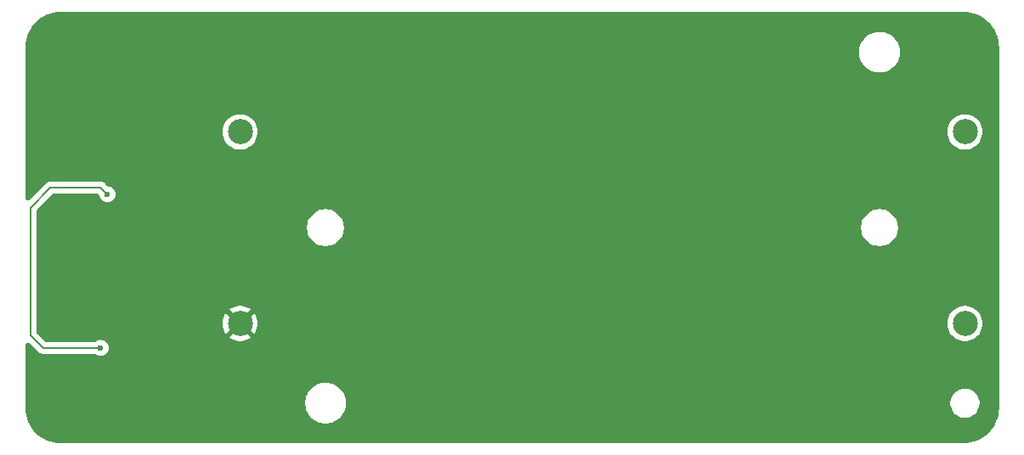
<source format=gbl>
G04 #@! TF.GenerationSoftware,KiCad,Pcbnew,8.0.8*
G04 #@! TF.CreationDate,2025-10-05T09:32:28-04:00*
G04 #@! TF.ProjectId,project-hw-2-18650,70726f6a-6563-4742-9d68-772d322d3138,rev?*
G04 #@! TF.SameCoordinates,Original*
G04 #@! TF.FileFunction,Copper,L2,Bot*
G04 #@! TF.FilePolarity,Positive*
%FSLAX46Y46*%
G04 Gerber Fmt 4.6, Leading zero omitted, Abs format (unit mm)*
G04 Created by KiCad (PCBNEW 8.0.8) date 2025-10-05 09:32:28*
%MOMM*%
%LPD*%
G01*
G04 APERTURE LIST*
G04 #@! TA.AperFunction,ComponentPad*
%ADD10C,2.500000*%
G04 #@! TD*
G04 #@! TA.AperFunction,ViaPad*
%ADD11C,0.600000*%
G04 #@! TD*
G04 #@! TA.AperFunction,Conductor*
%ADD12C,0.200000*%
G04 #@! TD*
G04 APERTURE END LIST*
D10*
X112110000Y-47550000D03*
X39890000Y-47550000D03*
X112110000Y-28450000D03*
X39890000Y-28450000D03*
D11*
X29000000Y-18000000D03*
X34000000Y-26750000D03*
X28600000Y-24100000D03*
X29400000Y-24100000D03*
X30100000Y-24100000D03*
X27900000Y-24100000D03*
X28600000Y-27900000D03*
X29400000Y-27900000D03*
X30100000Y-27900000D03*
X27900000Y-27900000D03*
X34000000Y-34000000D03*
X30000000Y-32000000D03*
X28000000Y-32000000D03*
X28250000Y-56750000D03*
X28250000Y-56000000D03*
X28250000Y-55250000D03*
X29750000Y-56750000D03*
X29750000Y-56000000D03*
X29750000Y-55250000D03*
X26750000Y-56000000D03*
X26750000Y-56750000D03*
X26750000Y-55250000D03*
X24750000Y-37250000D03*
X26000000Y-50000000D03*
X26675000Y-34675000D03*
X31250000Y-35000000D03*
X31250000Y-34250000D03*
X26250000Y-40500000D03*
X25500000Y-40500000D03*
X26250000Y-37250000D03*
X27000000Y-37250000D03*
X24000000Y-42250000D03*
X24000000Y-41500000D03*
X21250000Y-48750000D03*
X21250000Y-47750000D03*
X21250000Y-46750000D03*
X21250000Y-45250000D03*
X21250000Y-44250000D03*
X22500000Y-48750000D03*
X22500000Y-47750000D03*
X22500000Y-46750000D03*
X22500000Y-45250000D03*
X22500000Y-44250000D03*
X22500000Y-43250000D03*
X21250000Y-43250000D03*
D12*
X26675000Y-34675000D02*
X26000000Y-34000000D01*
X20250000Y-50000000D02*
X26000000Y-50000000D01*
X26000000Y-34000000D02*
X21000000Y-34000000D01*
X21000000Y-34000000D02*
X19000000Y-36000000D01*
X19000000Y-36000000D02*
X19000000Y-48750000D01*
X19000000Y-48750000D02*
X20250000Y-50000000D01*
G04 #@! TA.AperFunction,Conductor*
G36*
X112006106Y-16500800D02*
G01*
X112021022Y-16501532D01*
X112330804Y-16516751D01*
X112355095Y-16519143D01*
X112670633Y-16565949D01*
X112694568Y-16570710D01*
X113004002Y-16648219D01*
X113027360Y-16655305D01*
X113327684Y-16762763D01*
X113350259Y-16772114D01*
X113638589Y-16908484D01*
X113660138Y-16920001D01*
X113933735Y-17083989D01*
X113954037Y-17097554D01*
X114169913Y-17257659D01*
X114210235Y-17287564D01*
X114229121Y-17303063D01*
X114465465Y-17517273D01*
X114482726Y-17534534D01*
X114696934Y-17770876D01*
X114712435Y-17789764D01*
X114902440Y-18045955D01*
X114916017Y-18066274D01*
X115079997Y-18339860D01*
X115091515Y-18361410D01*
X115227885Y-18649740D01*
X115237236Y-18672315D01*
X115344690Y-18972626D01*
X115351784Y-18996010D01*
X115429286Y-19305416D01*
X115434053Y-19329382D01*
X115480854Y-19644889D01*
X115483249Y-19669207D01*
X115499200Y-19993893D01*
X115499500Y-20006111D01*
X115499500Y-55993888D01*
X115499200Y-56006106D01*
X115483249Y-56330792D01*
X115480854Y-56355110D01*
X115434053Y-56670617D01*
X115429286Y-56694583D01*
X115351784Y-57003989D01*
X115344690Y-57027373D01*
X115237236Y-57327684D01*
X115227885Y-57350259D01*
X115091515Y-57638589D01*
X115079997Y-57660139D01*
X114916017Y-57933725D01*
X114902440Y-57954044D01*
X114712435Y-58210235D01*
X114696934Y-58229123D01*
X114482735Y-58465456D01*
X114465456Y-58482735D01*
X114229123Y-58696934D01*
X114210235Y-58712435D01*
X113954044Y-58902440D01*
X113933725Y-58916017D01*
X113660139Y-59079997D01*
X113638589Y-59091515D01*
X113350259Y-59227885D01*
X113327684Y-59237236D01*
X113027373Y-59344690D01*
X113003989Y-59351784D01*
X112694583Y-59429286D01*
X112670617Y-59434053D01*
X112355110Y-59480854D01*
X112330792Y-59483249D01*
X112006107Y-59499200D01*
X111993889Y-59499500D01*
X22006111Y-59499500D01*
X21993893Y-59499200D01*
X21669207Y-59483249D01*
X21644889Y-59480854D01*
X21329382Y-59434053D01*
X21305416Y-59429286D01*
X20996010Y-59351784D01*
X20972626Y-59344690D01*
X20672315Y-59237236D01*
X20649740Y-59227885D01*
X20361410Y-59091515D01*
X20339860Y-59079997D01*
X20203673Y-58998370D01*
X20066268Y-58916013D01*
X20045955Y-58902440D01*
X19789764Y-58712435D01*
X19770876Y-58696934D01*
X19534534Y-58482726D01*
X19517273Y-58465465D01*
X19303063Y-58229121D01*
X19287564Y-58210235D01*
X19097559Y-57954044D01*
X19083989Y-57933735D01*
X18920001Y-57660138D01*
X18908484Y-57638589D01*
X18772114Y-57350259D01*
X18762763Y-57327684D01*
X18760198Y-57320514D01*
X18655305Y-57027360D01*
X18648219Y-57004002D01*
X18570710Y-56694568D01*
X18565949Y-56670633D01*
X18519143Y-56355095D01*
X18516751Y-56330804D01*
X18500800Y-56006105D01*
X18500500Y-55993888D01*
X18500500Y-55367242D01*
X46374500Y-55367242D01*
X46374500Y-55632757D01*
X46409156Y-55895998D01*
X46477878Y-56152476D01*
X46579483Y-56397772D01*
X46579485Y-56397776D01*
X46579486Y-56397778D01*
X46712245Y-56627722D01*
X46712247Y-56627725D01*
X46712248Y-56627726D01*
X46873873Y-56838361D01*
X46873877Y-56838365D01*
X46873881Y-56838370D01*
X47061630Y-57026119D01*
X47061634Y-57026122D01*
X47061638Y-57026126D01*
X47238693Y-57161985D01*
X47272278Y-57187755D01*
X47502222Y-57320514D01*
X47502227Y-57320516D01*
X47747523Y-57422121D01*
X47747527Y-57422122D01*
X48003997Y-57490843D01*
X48267242Y-57525500D01*
X48532758Y-57525500D01*
X48796003Y-57490843D01*
X49052473Y-57422122D01*
X49052474Y-57422121D01*
X49052476Y-57422121D01*
X49134241Y-57388252D01*
X49297778Y-57320514D01*
X49527722Y-57187755D01*
X49738370Y-57026119D01*
X49926119Y-56838370D01*
X50087755Y-56627722D01*
X50220514Y-56397778D01*
X50322122Y-56152473D01*
X50390843Y-55896003D01*
X50425500Y-55632758D01*
X50425500Y-55385847D01*
X110659500Y-55385847D01*
X110659500Y-55614152D01*
X110659501Y-55614168D01*
X110695215Y-55839656D01*
X110695216Y-55839660D01*
X110713523Y-55896003D01*
X110765767Y-56056794D01*
X110765769Y-56056799D01*
X110869418Y-56260224D01*
X110869419Y-56260224D01*
X110869421Y-56260228D01*
X111003621Y-56444937D01*
X111165063Y-56606379D01*
X111349772Y-56740579D01*
X111349774Y-56740580D01*
X111349775Y-56740581D01*
X111449473Y-56791379D01*
X111553201Y-56844231D01*
X111770340Y-56914784D01*
X111995843Y-56950500D01*
X111995847Y-56950500D01*
X112224153Y-56950500D01*
X112224157Y-56950500D01*
X112449660Y-56914784D01*
X112666799Y-56844231D01*
X112870228Y-56740579D01*
X113054937Y-56606379D01*
X113216379Y-56444937D01*
X113350579Y-56260228D01*
X113454231Y-56056799D01*
X113524784Y-55839660D01*
X113560500Y-55614157D01*
X113560500Y-55385843D01*
X113524784Y-55160340D01*
X113454231Y-54943201D01*
X113350579Y-54739772D01*
X113216379Y-54555063D01*
X113054937Y-54393621D01*
X112870228Y-54259421D01*
X112870224Y-54259419D01*
X112870224Y-54259418D01*
X112666799Y-54155769D01*
X112666794Y-54155767D01*
X112546048Y-54116534D01*
X112449660Y-54085216D01*
X112449658Y-54085215D01*
X112449656Y-54085215D01*
X112224168Y-54049501D01*
X112224159Y-54049500D01*
X112224157Y-54049500D01*
X111995843Y-54049500D01*
X111995840Y-54049500D01*
X111995831Y-54049501D01*
X111770343Y-54085215D01*
X111553205Y-54155767D01*
X111553200Y-54155769D01*
X111349775Y-54259418D01*
X111349774Y-54259419D01*
X111349772Y-54259421D01*
X111266083Y-54320225D01*
X111165065Y-54393619D01*
X111003619Y-54555065D01*
X110869420Y-54739774D01*
X110869418Y-54739775D01*
X110765769Y-54943200D01*
X110765767Y-54943205D01*
X110695215Y-55160343D01*
X110659501Y-55385831D01*
X110659500Y-55385847D01*
X50425500Y-55385847D01*
X50425500Y-55367242D01*
X50390843Y-55103997D01*
X50322122Y-54847527D01*
X50322121Y-54847523D01*
X50220516Y-54602227D01*
X50220514Y-54602223D01*
X50220514Y-54602222D01*
X50087755Y-54372278D01*
X50001156Y-54259420D01*
X49926126Y-54161638D01*
X49926122Y-54161634D01*
X49926119Y-54161630D01*
X49738370Y-53973881D01*
X49738365Y-53973877D01*
X49738361Y-53973873D01*
X49527726Y-53812248D01*
X49527725Y-53812247D01*
X49527722Y-53812245D01*
X49297778Y-53679486D01*
X49297776Y-53679485D01*
X49297772Y-53679483D01*
X49052476Y-53577878D01*
X48906416Y-53538742D01*
X48796003Y-53509157D01*
X48795998Y-53509156D01*
X48795999Y-53509156D01*
X48532758Y-53474500D01*
X48267242Y-53474500D01*
X48004001Y-53509156D01*
X47747523Y-53577878D01*
X47502227Y-53679483D01*
X47502223Y-53679485D01*
X47272273Y-53812248D01*
X47061638Y-53973873D01*
X46873873Y-54161638D01*
X46712248Y-54372273D01*
X46579485Y-54602223D01*
X46579483Y-54602227D01*
X46477878Y-54847523D01*
X46409156Y-55104001D01*
X46374500Y-55367242D01*
X18500500Y-55367242D01*
X18500500Y-49700875D01*
X18519454Y-49605587D01*
X18573430Y-49524805D01*
X18654212Y-49470829D01*
X18749500Y-49451875D01*
X18844788Y-49470829D01*
X18925570Y-49524805D01*
X19769478Y-50368713D01*
X19769480Y-50368716D01*
X19881284Y-50480520D01*
X19968091Y-50530637D01*
X19968094Y-50530639D01*
X20018215Y-50559577D01*
X20170943Y-50600501D01*
X20344318Y-50600501D01*
X20344334Y-50600500D01*
X25379346Y-50600500D01*
X25474634Y-50619454D01*
X25511822Y-50638666D01*
X25650471Y-50725785D01*
X25650472Y-50725785D01*
X25650478Y-50725789D01*
X25820745Y-50785368D01*
X25820754Y-50785369D01*
X25999996Y-50805565D01*
X26000000Y-50805565D01*
X26000004Y-50805565D01*
X26139908Y-50789801D01*
X26179255Y-50785368D01*
X26349522Y-50725789D01*
X26349527Y-50725785D01*
X26349529Y-50725785D01*
X26502257Y-50629819D01*
X26502256Y-50629819D01*
X26502262Y-50629816D01*
X26629816Y-50502262D01*
X26713729Y-50368716D01*
X26725785Y-50349529D01*
X26725785Y-50349527D01*
X26725789Y-50349522D01*
X26785368Y-50179255D01*
X26805565Y-50000000D01*
X26785368Y-49820745D01*
X26725789Y-49650478D01*
X26725786Y-49650473D01*
X26725785Y-49650470D01*
X26629819Y-49497742D01*
X26629817Y-49497740D01*
X26629816Y-49497738D01*
X26502262Y-49370184D01*
X26502259Y-49370182D01*
X26502257Y-49370180D01*
X26349529Y-49274214D01*
X26349524Y-49274212D01*
X26349522Y-49274211D01*
X26179255Y-49214632D01*
X26179251Y-49214631D01*
X26179245Y-49214630D01*
X26000004Y-49194435D01*
X25999996Y-49194435D01*
X25820754Y-49214630D01*
X25820746Y-49214631D01*
X25820745Y-49214632D01*
X25650478Y-49274211D01*
X25650476Y-49274211D01*
X25650476Y-49274212D01*
X25650471Y-49274214D01*
X25511822Y-49361334D01*
X25421055Y-49395982D01*
X25379346Y-49399500D01*
X20601875Y-49399500D01*
X20506587Y-49380546D01*
X20425805Y-49326570D01*
X19673430Y-48574195D01*
X19619454Y-48493413D01*
X19600500Y-48398125D01*
X19600500Y-47550000D01*
X38135093Y-47550000D01*
X38154694Y-47811558D01*
X38213058Y-48067267D01*
X38308883Y-48311425D01*
X38308885Y-48311430D01*
X38440028Y-48538574D01*
X38487873Y-48598570D01*
X39281303Y-47805139D01*
X39305116Y-47862627D01*
X39377345Y-47970725D01*
X39469275Y-48062655D01*
X39577373Y-48134884D01*
X39634857Y-48158695D01*
X38840832Y-48952721D01*
X39012541Y-49069791D01*
X39012555Y-49069798D01*
X39248853Y-49183594D01*
X39248858Y-49183596D01*
X39499489Y-49260906D01*
X39758854Y-49300000D01*
X40021146Y-49300000D01*
X40280510Y-49260906D01*
X40531141Y-49183596D01*
X40531147Y-49183594D01*
X40767443Y-49069800D01*
X40767451Y-49069795D01*
X40939166Y-48952721D01*
X40145140Y-48158695D01*
X40202627Y-48134884D01*
X40310725Y-48062655D01*
X40402655Y-47970725D01*
X40474884Y-47862627D01*
X40498695Y-47805140D01*
X41292125Y-48598570D01*
X41339970Y-48538575D01*
X41471114Y-48311430D01*
X41471116Y-48311425D01*
X41566941Y-48067267D01*
X41625305Y-47811558D01*
X41644906Y-47550000D01*
X110354592Y-47550000D01*
X110374197Y-47811625D01*
X110374198Y-47811629D01*
X110432578Y-48067412D01*
X110528428Y-48311635D01*
X110528436Y-48311651D01*
X110659612Y-48538855D01*
X110823194Y-48743980D01*
X110823205Y-48743991D01*
X111015520Y-48922432D01*
X111232292Y-49070226D01*
X111232294Y-49070227D01*
X111232296Y-49070228D01*
X111371838Y-49137428D01*
X111468668Y-49184059D01*
X111468669Y-49184059D01*
X111468677Y-49184063D01*
X111719385Y-49261396D01*
X111978818Y-49300500D01*
X111978822Y-49300500D01*
X112241178Y-49300500D01*
X112241182Y-49300500D01*
X112500615Y-49261396D01*
X112751323Y-49184063D01*
X112987704Y-49070228D01*
X113204479Y-48922433D01*
X113396805Y-48743981D01*
X113560386Y-48538857D01*
X113691568Y-48311643D01*
X113787420Y-48067416D01*
X113845802Y-47811630D01*
X113865408Y-47550000D01*
X113845802Y-47288370D01*
X113787420Y-47032584D01*
X113691568Y-46788357D01*
X113560386Y-46561143D01*
X113396805Y-46356019D01*
X113396794Y-46356008D01*
X113204479Y-46177567D01*
X112987707Y-46029773D01*
X112987702Y-46029771D01*
X112751331Y-45915940D01*
X112751326Y-45915938D01*
X112751323Y-45915937D01*
X112500615Y-45838604D01*
X112241182Y-45799500D01*
X111978818Y-45799500D01*
X111771271Y-45830783D01*
X111719384Y-45838604D01*
X111574107Y-45883416D01*
X111468677Y-45915937D01*
X111468675Y-45915937D01*
X111468668Y-45915940D01*
X111232297Y-46029771D01*
X111232292Y-46029773D01*
X111015520Y-46177567D01*
X110823205Y-46356008D01*
X110823194Y-46356019D01*
X110659612Y-46561144D01*
X110528436Y-46788348D01*
X110528428Y-46788364D01*
X110432578Y-47032587D01*
X110374198Y-47288370D01*
X110374197Y-47288374D01*
X110354592Y-47550000D01*
X41644906Y-47550000D01*
X41625305Y-47288441D01*
X41566941Y-47032732D01*
X41471116Y-46788574D01*
X41471112Y-46788565D01*
X41339972Y-46561427D01*
X41339966Y-46561418D01*
X41292124Y-46501427D01*
X40498694Y-47294857D01*
X40474884Y-47237373D01*
X40402655Y-47129275D01*
X40310725Y-47037345D01*
X40202627Y-46965116D01*
X40145139Y-46941304D01*
X40939166Y-46147277D01*
X40767457Y-46030207D01*
X40767452Y-46030205D01*
X40531146Y-45916405D01*
X40531141Y-45916403D01*
X40280510Y-45839093D01*
X40021146Y-45800000D01*
X39758854Y-45800000D01*
X39499489Y-45839093D01*
X39248858Y-45916403D01*
X39012551Y-46030204D01*
X39012545Y-46030207D01*
X38840832Y-46147278D01*
X39634858Y-46941304D01*
X39577373Y-46965116D01*
X39469275Y-47037345D01*
X39377345Y-47129275D01*
X39305116Y-47237373D01*
X39281304Y-47294859D01*
X38487873Y-46501428D01*
X38440028Y-46561425D01*
X38308885Y-46788569D01*
X38308883Y-46788574D01*
X38213058Y-47032732D01*
X38154694Y-47288441D01*
X38135093Y-47550000D01*
X19600500Y-47550000D01*
X19600500Y-37879367D01*
X46559500Y-37879367D01*
X46559500Y-38120632D01*
X46590991Y-38359830D01*
X46653436Y-38592880D01*
X46745758Y-38815768D01*
X46745766Y-38815784D01*
X46866391Y-39024711D01*
X46866397Y-39024721D01*
X47013270Y-39216130D01*
X47183870Y-39386730D01*
X47375279Y-39533603D01*
X47375288Y-39533608D01*
X47584215Y-39654233D01*
X47584231Y-39654241D01*
X47769971Y-39731176D01*
X47807121Y-39746564D01*
X48040166Y-39809008D01*
X48279367Y-39840500D01*
X48520633Y-39840500D01*
X48759834Y-39809008D01*
X48992879Y-39746564D01*
X49119710Y-39694028D01*
X49215768Y-39654241D01*
X49215773Y-39654238D01*
X49215779Y-39654236D01*
X49424721Y-39533603D01*
X49616130Y-39386730D01*
X49786730Y-39216130D01*
X49933603Y-39024721D01*
X50054236Y-38815779D01*
X50146564Y-38592879D01*
X50209008Y-38359834D01*
X50240500Y-38120633D01*
X50240500Y-37879367D01*
X101759500Y-37879367D01*
X101759500Y-38120632D01*
X101790991Y-38359830D01*
X101853436Y-38592880D01*
X101945758Y-38815768D01*
X101945766Y-38815784D01*
X102066391Y-39024711D01*
X102066397Y-39024721D01*
X102213270Y-39216130D01*
X102383870Y-39386730D01*
X102575279Y-39533603D01*
X102575288Y-39533608D01*
X102784215Y-39654233D01*
X102784231Y-39654241D01*
X102969971Y-39731176D01*
X103007121Y-39746564D01*
X103240166Y-39809008D01*
X103479367Y-39840500D01*
X103720633Y-39840500D01*
X103959834Y-39809008D01*
X104192879Y-39746564D01*
X104319710Y-39694028D01*
X104415768Y-39654241D01*
X104415773Y-39654238D01*
X104415779Y-39654236D01*
X104624721Y-39533603D01*
X104816130Y-39386730D01*
X104986730Y-39216130D01*
X105133603Y-39024721D01*
X105254236Y-38815779D01*
X105346564Y-38592879D01*
X105409008Y-38359834D01*
X105440500Y-38120633D01*
X105440500Y-37879367D01*
X105409008Y-37640166D01*
X105346564Y-37407121D01*
X105331176Y-37369971D01*
X105254241Y-37184231D01*
X105254233Y-37184215D01*
X105133608Y-36975288D01*
X105133602Y-36975278D01*
X104986730Y-36783870D01*
X104816130Y-36613270D01*
X104624721Y-36466397D01*
X104624711Y-36466391D01*
X104415784Y-36345766D01*
X104415768Y-36345758D01*
X104192880Y-36253436D01*
X104121565Y-36234327D01*
X103959834Y-36190992D01*
X103959829Y-36190991D01*
X103959832Y-36190991D01*
X103720633Y-36159500D01*
X103479367Y-36159500D01*
X103240169Y-36190991D01*
X103007119Y-36253436D01*
X102784231Y-36345758D01*
X102784215Y-36345766D01*
X102575288Y-36466391D01*
X102575278Y-36466397D01*
X102383870Y-36613270D01*
X102383866Y-36613273D01*
X102213273Y-36783866D01*
X102213270Y-36783870D01*
X102066397Y-36975278D01*
X102066391Y-36975288D01*
X101945766Y-37184215D01*
X101945758Y-37184231D01*
X101853436Y-37407119D01*
X101790991Y-37640169D01*
X101759500Y-37879367D01*
X50240500Y-37879367D01*
X50209008Y-37640166D01*
X50146564Y-37407121D01*
X50131176Y-37369971D01*
X50054241Y-37184231D01*
X50054233Y-37184215D01*
X49933608Y-36975288D01*
X49933602Y-36975278D01*
X49786730Y-36783870D01*
X49616130Y-36613270D01*
X49424721Y-36466397D01*
X49424711Y-36466391D01*
X49215784Y-36345766D01*
X49215768Y-36345758D01*
X48992880Y-36253436D01*
X48921565Y-36234327D01*
X48759834Y-36190992D01*
X48759829Y-36190991D01*
X48759832Y-36190991D01*
X48520633Y-36159500D01*
X48279367Y-36159500D01*
X48040169Y-36190991D01*
X47807119Y-36253436D01*
X47584231Y-36345758D01*
X47584215Y-36345766D01*
X47375288Y-36466391D01*
X47375278Y-36466397D01*
X47183870Y-36613270D01*
X47183866Y-36613273D01*
X47013273Y-36783866D01*
X47013270Y-36783870D01*
X46866397Y-36975278D01*
X46866391Y-36975288D01*
X46745766Y-37184215D01*
X46745758Y-37184231D01*
X46653436Y-37407119D01*
X46590991Y-37640169D01*
X46559500Y-37879367D01*
X19600500Y-37879367D01*
X19600500Y-36351875D01*
X19619454Y-36256587D01*
X19673430Y-36175805D01*
X21175805Y-34673430D01*
X21256587Y-34619454D01*
X21351875Y-34600500D01*
X25638521Y-34600500D01*
X25733809Y-34619454D01*
X25814591Y-34673430D01*
X25868567Y-34754212D01*
X25885954Y-34821619D01*
X25887609Y-34836302D01*
X25889631Y-34854253D01*
X25889632Y-34854255D01*
X25949211Y-35024522D01*
X25949212Y-35024523D01*
X25949214Y-35024529D01*
X26045180Y-35177257D01*
X26045182Y-35177259D01*
X26045184Y-35177262D01*
X26172738Y-35304816D01*
X26172740Y-35304817D01*
X26172742Y-35304819D01*
X26325470Y-35400785D01*
X26325473Y-35400786D01*
X26325478Y-35400789D01*
X26495745Y-35460368D01*
X26495754Y-35460369D01*
X26674996Y-35480565D01*
X26675000Y-35480565D01*
X26675004Y-35480565D01*
X26814908Y-35464801D01*
X26854255Y-35460368D01*
X27024522Y-35400789D01*
X27024527Y-35400785D01*
X27024529Y-35400785D01*
X27177257Y-35304819D01*
X27177256Y-35304819D01*
X27177262Y-35304816D01*
X27304816Y-35177262D01*
X27400789Y-35024522D01*
X27460368Y-34854255D01*
X27480565Y-34675000D01*
X27480388Y-34673430D01*
X27460369Y-34495754D01*
X27460368Y-34495745D01*
X27400789Y-34325478D01*
X27400786Y-34325473D01*
X27400785Y-34325470D01*
X27304819Y-34172742D01*
X27304817Y-34172740D01*
X27304816Y-34172738D01*
X27177262Y-34045184D01*
X27177259Y-34045182D01*
X27177257Y-34045180D01*
X27024529Y-33949214D01*
X27024524Y-33949212D01*
X27024522Y-33949211D01*
X26854255Y-33889632D01*
X26854251Y-33889631D01*
X26854245Y-33889630D01*
X26810798Y-33884735D01*
X26718231Y-33855232D01*
X26662606Y-33813371D01*
X26480521Y-33631286D01*
X26480520Y-33631284D01*
X26368716Y-33519480D01*
X26281906Y-33469361D01*
X26281903Y-33469358D01*
X26231784Y-33440422D01*
X26231781Y-33440421D01*
X26079057Y-33399499D01*
X25920943Y-33399499D01*
X25905682Y-33399499D01*
X25905666Y-33399500D01*
X20920943Y-33399500D01*
X20768214Y-33440422D01*
X20718096Y-33469358D01*
X20718095Y-33469360D01*
X20631284Y-33519480D01*
X20631283Y-33519481D01*
X20631280Y-33519483D01*
X20519479Y-33631283D01*
X20519480Y-33631284D01*
X18925570Y-35225194D01*
X18844788Y-35279170D01*
X18749500Y-35298124D01*
X18654212Y-35279170D01*
X18573430Y-35225194D01*
X18519454Y-35144412D01*
X18500500Y-35049124D01*
X18500500Y-28450000D01*
X38134592Y-28450000D01*
X38154197Y-28711625D01*
X38154198Y-28711629D01*
X38212578Y-28967412D01*
X38308428Y-29211635D01*
X38308436Y-29211651D01*
X38439612Y-29438855D01*
X38603194Y-29643980D01*
X38603205Y-29643991D01*
X38795520Y-29822432D01*
X39012292Y-29970226D01*
X39012294Y-29970227D01*
X39012296Y-29970228D01*
X39151838Y-30037428D01*
X39248668Y-30084059D01*
X39248669Y-30084059D01*
X39248677Y-30084063D01*
X39499385Y-30161396D01*
X39758818Y-30200500D01*
X39758822Y-30200500D01*
X40021178Y-30200500D01*
X40021182Y-30200500D01*
X40280615Y-30161396D01*
X40531323Y-30084063D01*
X40767704Y-29970228D01*
X40984479Y-29822433D01*
X41176805Y-29643981D01*
X41340386Y-29438857D01*
X41471568Y-29211643D01*
X41567420Y-28967416D01*
X41625802Y-28711630D01*
X41645408Y-28450000D01*
X110354592Y-28450000D01*
X110374197Y-28711625D01*
X110374198Y-28711629D01*
X110432578Y-28967412D01*
X110528428Y-29211635D01*
X110528436Y-29211651D01*
X110659612Y-29438855D01*
X110823194Y-29643980D01*
X110823205Y-29643991D01*
X111015520Y-29822432D01*
X111232292Y-29970226D01*
X111232294Y-29970227D01*
X111232296Y-29970228D01*
X111371838Y-30037428D01*
X111468668Y-30084059D01*
X111468669Y-30084059D01*
X111468677Y-30084063D01*
X111719385Y-30161396D01*
X111978818Y-30200500D01*
X111978822Y-30200500D01*
X112241178Y-30200500D01*
X112241182Y-30200500D01*
X112500615Y-30161396D01*
X112751323Y-30084063D01*
X112987704Y-29970228D01*
X113204479Y-29822433D01*
X113396805Y-29643981D01*
X113560386Y-29438857D01*
X113691568Y-29211643D01*
X113787420Y-28967416D01*
X113845802Y-28711630D01*
X113865408Y-28450000D01*
X113845802Y-28188370D01*
X113787420Y-27932584D01*
X113691568Y-27688357D01*
X113560386Y-27461143D01*
X113396805Y-27256019D01*
X113396794Y-27256008D01*
X113204479Y-27077567D01*
X112987707Y-26929773D01*
X112987702Y-26929771D01*
X112751331Y-26815940D01*
X112751326Y-26815938D01*
X112751323Y-26815937D01*
X112500615Y-26738604D01*
X112241182Y-26699500D01*
X111978818Y-26699500D01*
X111771271Y-26730783D01*
X111719384Y-26738604D01*
X111574107Y-26783416D01*
X111468677Y-26815937D01*
X111468675Y-26815937D01*
X111468668Y-26815940D01*
X111232297Y-26929771D01*
X111232292Y-26929773D01*
X111015520Y-27077567D01*
X110823205Y-27256008D01*
X110823194Y-27256019D01*
X110659612Y-27461144D01*
X110528436Y-27688348D01*
X110528428Y-27688364D01*
X110432578Y-27932587D01*
X110374198Y-28188370D01*
X110374197Y-28188374D01*
X110354592Y-28450000D01*
X41645408Y-28450000D01*
X41625802Y-28188370D01*
X41567420Y-27932584D01*
X41471568Y-27688357D01*
X41340386Y-27461143D01*
X41176805Y-27256019D01*
X41176794Y-27256008D01*
X40984479Y-27077567D01*
X40767707Y-26929773D01*
X40767702Y-26929771D01*
X40531331Y-26815940D01*
X40531326Y-26815938D01*
X40531323Y-26815937D01*
X40280615Y-26738604D01*
X40021182Y-26699500D01*
X39758818Y-26699500D01*
X39551271Y-26730783D01*
X39499384Y-26738604D01*
X39354107Y-26783416D01*
X39248677Y-26815937D01*
X39248675Y-26815937D01*
X39248668Y-26815940D01*
X39012297Y-26929771D01*
X39012292Y-26929773D01*
X38795520Y-27077567D01*
X38603205Y-27256008D01*
X38603194Y-27256019D01*
X38439612Y-27461144D01*
X38308436Y-27688348D01*
X38308428Y-27688364D01*
X38212578Y-27932587D01*
X38154198Y-28188370D01*
X38154197Y-28188374D01*
X38134592Y-28450000D01*
X18500500Y-28450000D01*
X18500500Y-20367242D01*
X101574500Y-20367242D01*
X101574500Y-20632757D01*
X101609156Y-20895998D01*
X101677878Y-21152476D01*
X101779483Y-21397772D01*
X101779485Y-21397776D01*
X101779486Y-21397778D01*
X101912245Y-21627722D01*
X101912247Y-21627725D01*
X101912248Y-21627726D01*
X102073873Y-21838361D01*
X102073877Y-21838365D01*
X102073881Y-21838370D01*
X102261630Y-22026119D01*
X102261634Y-22026122D01*
X102261638Y-22026126D01*
X102438693Y-22161985D01*
X102472278Y-22187755D01*
X102702222Y-22320514D01*
X102702227Y-22320516D01*
X102947523Y-22422121D01*
X102947527Y-22422122D01*
X103203997Y-22490843D01*
X103467242Y-22525500D01*
X103732758Y-22525500D01*
X103996003Y-22490843D01*
X104252473Y-22422122D01*
X104252474Y-22422121D01*
X104252476Y-22422121D01*
X104334241Y-22388252D01*
X104497778Y-22320514D01*
X104727722Y-22187755D01*
X104938370Y-22026119D01*
X105126119Y-21838370D01*
X105287755Y-21627722D01*
X105420514Y-21397778D01*
X105522122Y-21152473D01*
X105590843Y-20896003D01*
X105625500Y-20632758D01*
X105625500Y-20367242D01*
X105590843Y-20103997D01*
X105522122Y-19847527D01*
X105522121Y-19847523D01*
X105420516Y-19602227D01*
X105420514Y-19602223D01*
X105420514Y-19602222D01*
X105287755Y-19372278D01*
X105236450Y-19305416D01*
X105126126Y-19161638D01*
X105126122Y-19161634D01*
X105126119Y-19161630D01*
X104938370Y-18973881D01*
X104938365Y-18973877D01*
X104938361Y-18973873D01*
X104727726Y-18812248D01*
X104727725Y-18812247D01*
X104727722Y-18812245D01*
X104497778Y-18679486D01*
X104497776Y-18679485D01*
X104497772Y-18679483D01*
X104252476Y-18577878D01*
X104106416Y-18538742D01*
X103996003Y-18509157D01*
X103995998Y-18509156D01*
X103995999Y-18509156D01*
X103732758Y-18474500D01*
X103467242Y-18474500D01*
X103204001Y-18509156D01*
X102947523Y-18577878D01*
X102702227Y-18679483D01*
X102702223Y-18679485D01*
X102472273Y-18812248D01*
X102261638Y-18973873D01*
X102073873Y-19161638D01*
X101912248Y-19372273D01*
X101779485Y-19602223D01*
X101779483Y-19602227D01*
X101677878Y-19847523D01*
X101609156Y-20104001D01*
X101574500Y-20367242D01*
X18500500Y-20367242D01*
X18500500Y-20006111D01*
X18500800Y-19993894D01*
X18507990Y-19847527D01*
X18516751Y-19669193D01*
X18519143Y-19644906D01*
X18565949Y-19329362D01*
X18570709Y-19305435D01*
X18648220Y-18995991D01*
X18655303Y-18972644D01*
X18762766Y-18672306D01*
X18772110Y-18649748D01*
X18908489Y-18361400D01*
X18919996Y-18339870D01*
X19083995Y-18066254D01*
X19097547Y-18045971D01*
X19287571Y-17789754D01*
X19303055Y-17770888D01*
X19517282Y-17534524D01*
X19534524Y-17517282D01*
X19770888Y-17303055D01*
X19789754Y-17287571D01*
X20045971Y-17097547D01*
X20066254Y-17083995D01*
X20339870Y-16919996D01*
X20361400Y-16908489D01*
X20649748Y-16772110D01*
X20672306Y-16762766D01*
X20972644Y-16655303D01*
X20995991Y-16648220D01*
X21305435Y-16570709D01*
X21329362Y-16565949D01*
X21644906Y-16519143D01*
X21669193Y-16516751D01*
X21979950Y-16501484D01*
X21993894Y-16500800D01*
X22006111Y-16500500D01*
X22065892Y-16500500D01*
X111934108Y-16500500D01*
X111993889Y-16500500D01*
X112006106Y-16500800D01*
G37*
G04 #@! TD.AperFunction*
M02*

</source>
